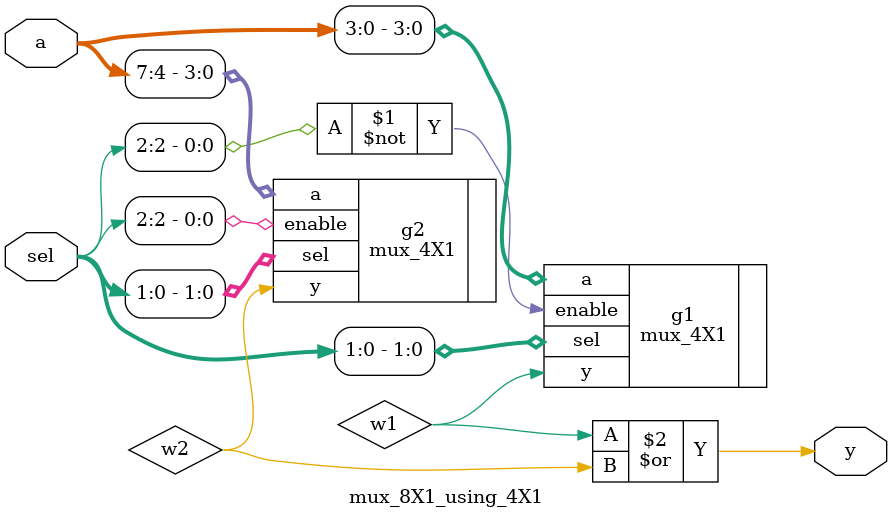
<source format=v>
module mux_8X1_using_4X1(input [7:0] a, input [2:0] sel, output y);

	wire w1,w2;
	
	mux_4X1 g1(.a({a[3],a[2],a[1],a[0]}), .enable(~sel[2]), .sel({sel[1],sel[0]}), .y(w1));
	mux_4X1 g2(.a({a[7],a[6],a[5],a[4]}), .enable(sel[2]), .sel({sel[1],sel[0]}), .y(w2));
	
	assign y = w1 | w2;
	
endmodule

</source>
